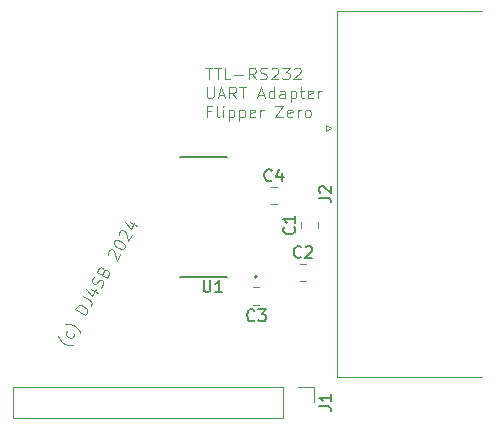
<source format=gto>
%TF.GenerationSoftware,KiCad,Pcbnew,8.0.3*%
%TF.CreationDate,2024-07-09T19:30:08+02:00*%
%TF.ProjectId,UART-TTL-Flipper_Zero,55415254-2d54-4544-9c2d-466c69707065,rev?*%
%TF.SameCoordinates,Original*%
%TF.FileFunction,Legend,Top*%
%TF.FilePolarity,Positive*%
%FSLAX46Y46*%
G04 Gerber Fmt 4.6, Leading zero omitted, Abs format (unit mm)*
G04 Created by KiCad (PCBNEW 8.0.3) date 2024-07-09 19:30:08*
%MOMM*%
%LPD*%
G01*
G04 APERTURE LIST*
%ADD10C,0.100000*%
%ADD11C,0.150000*%
%ADD12C,0.120000*%
%ADD13C,0.200000*%
%ADD14C,0.127000*%
G04 APERTURE END LIST*
D10*
X78661027Y-66152531D02*
X79232455Y-66152531D01*
X78946741Y-67152531D02*
X78946741Y-66152531D01*
X79422932Y-66152531D02*
X79994360Y-66152531D01*
X79708646Y-67152531D02*
X79708646Y-66152531D01*
X80803884Y-67152531D02*
X80327694Y-67152531D01*
X80327694Y-67152531D02*
X80327694Y-66152531D01*
X81137218Y-66771578D02*
X81899123Y-66771578D01*
X82946741Y-67152531D02*
X82613408Y-66676340D01*
X82375313Y-67152531D02*
X82375313Y-66152531D01*
X82375313Y-66152531D02*
X82756265Y-66152531D01*
X82756265Y-66152531D02*
X82851503Y-66200150D01*
X82851503Y-66200150D02*
X82899122Y-66247769D01*
X82899122Y-66247769D02*
X82946741Y-66343007D01*
X82946741Y-66343007D02*
X82946741Y-66485864D01*
X82946741Y-66485864D02*
X82899122Y-66581102D01*
X82899122Y-66581102D02*
X82851503Y-66628721D01*
X82851503Y-66628721D02*
X82756265Y-66676340D01*
X82756265Y-66676340D02*
X82375313Y-66676340D01*
X83327694Y-67104912D02*
X83470551Y-67152531D01*
X83470551Y-67152531D02*
X83708646Y-67152531D01*
X83708646Y-67152531D02*
X83803884Y-67104912D01*
X83803884Y-67104912D02*
X83851503Y-67057292D01*
X83851503Y-67057292D02*
X83899122Y-66962054D01*
X83899122Y-66962054D02*
X83899122Y-66866816D01*
X83899122Y-66866816D02*
X83851503Y-66771578D01*
X83851503Y-66771578D02*
X83803884Y-66723959D01*
X83803884Y-66723959D02*
X83708646Y-66676340D01*
X83708646Y-66676340D02*
X83518170Y-66628721D01*
X83518170Y-66628721D02*
X83422932Y-66581102D01*
X83422932Y-66581102D02*
X83375313Y-66533483D01*
X83375313Y-66533483D02*
X83327694Y-66438245D01*
X83327694Y-66438245D02*
X83327694Y-66343007D01*
X83327694Y-66343007D02*
X83375313Y-66247769D01*
X83375313Y-66247769D02*
X83422932Y-66200150D01*
X83422932Y-66200150D02*
X83518170Y-66152531D01*
X83518170Y-66152531D02*
X83756265Y-66152531D01*
X83756265Y-66152531D02*
X83899122Y-66200150D01*
X84280075Y-66247769D02*
X84327694Y-66200150D01*
X84327694Y-66200150D02*
X84422932Y-66152531D01*
X84422932Y-66152531D02*
X84661027Y-66152531D01*
X84661027Y-66152531D02*
X84756265Y-66200150D01*
X84756265Y-66200150D02*
X84803884Y-66247769D01*
X84803884Y-66247769D02*
X84851503Y-66343007D01*
X84851503Y-66343007D02*
X84851503Y-66438245D01*
X84851503Y-66438245D02*
X84803884Y-66581102D01*
X84803884Y-66581102D02*
X84232456Y-67152531D01*
X84232456Y-67152531D02*
X84851503Y-67152531D01*
X85184837Y-66152531D02*
X85803884Y-66152531D01*
X85803884Y-66152531D02*
X85470551Y-66533483D01*
X85470551Y-66533483D02*
X85613408Y-66533483D01*
X85613408Y-66533483D02*
X85708646Y-66581102D01*
X85708646Y-66581102D02*
X85756265Y-66628721D01*
X85756265Y-66628721D02*
X85803884Y-66723959D01*
X85803884Y-66723959D02*
X85803884Y-66962054D01*
X85803884Y-66962054D02*
X85756265Y-67057292D01*
X85756265Y-67057292D02*
X85708646Y-67104912D01*
X85708646Y-67104912D02*
X85613408Y-67152531D01*
X85613408Y-67152531D02*
X85327694Y-67152531D01*
X85327694Y-67152531D02*
X85232456Y-67104912D01*
X85232456Y-67104912D02*
X85184837Y-67057292D01*
X86184837Y-66247769D02*
X86232456Y-66200150D01*
X86232456Y-66200150D02*
X86327694Y-66152531D01*
X86327694Y-66152531D02*
X86565789Y-66152531D01*
X86565789Y-66152531D02*
X86661027Y-66200150D01*
X86661027Y-66200150D02*
X86708646Y-66247769D01*
X86708646Y-66247769D02*
X86756265Y-66343007D01*
X86756265Y-66343007D02*
X86756265Y-66438245D01*
X86756265Y-66438245D02*
X86708646Y-66581102D01*
X86708646Y-66581102D02*
X86137218Y-67152531D01*
X86137218Y-67152531D02*
X86756265Y-67152531D01*
X78803884Y-67762475D02*
X78803884Y-68571998D01*
X78803884Y-68571998D02*
X78851503Y-68667236D01*
X78851503Y-68667236D02*
X78899122Y-68714856D01*
X78899122Y-68714856D02*
X78994360Y-68762475D01*
X78994360Y-68762475D02*
X79184836Y-68762475D01*
X79184836Y-68762475D02*
X79280074Y-68714856D01*
X79280074Y-68714856D02*
X79327693Y-68667236D01*
X79327693Y-68667236D02*
X79375312Y-68571998D01*
X79375312Y-68571998D02*
X79375312Y-67762475D01*
X79803884Y-68476760D02*
X80280074Y-68476760D01*
X79708646Y-68762475D02*
X80041979Y-67762475D01*
X80041979Y-67762475D02*
X80375312Y-68762475D01*
X81280074Y-68762475D02*
X80946741Y-68286284D01*
X80708646Y-68762475D02*
X80708646Y-67762475D01*
X80708646Y-67762475D02*
X81089598Y-67762475D01*
X81089598Y-67762475D02*
X81184836Y-67810094D01*
X81184836Y-67810094D02*
X81232455Y-67857713D01*
X81232455Y-67857713D02*
X81280074Y-67952951D01*
X81280074Y-67952951D02*
X81280074Y-68095808D01*
X81280074Y-68095808D02*
X81232455Y-68191046D01*
X81232455Y-68191046D02*
X81184836Y-68238665D01*
X81184836Y-68238665D02*
X81089598Y-68286284D01*
X81089598Y-68286284D02*
X80708646Y-68286284D01*
X81565789Y-67762475D02*
X82137217Y-67762475D01*
X81851503Y-68762475D02*
X81851503Y-67762475D01*
X83184837Y-68476760D02*
X83661027Y-68476760D01*
X83089599Y-68762475D02*
X83422932Y-67762475D01*
X83422932Y-67762475D02*
X83756265Y-68762475D01*
X84518170Y-68762475D02*
X84518170Y-67762475D01*
X84518170Y-68714856D02*
X84422932Y-68762475D01*
X84422932Y-68762475D02*
X84232456Y-68762475D01*
X84232456Y-68762475D02*
X84137218Y-68714856D01*
X84137218Y-68714856D02*
X84089599Y-68667236D01*
X84089599Y-68667236D02*
X84041980Y-68571998D01*
X84041980Y-68571998D02*
X84041980Y-68286284D01*
X84041980Y-68286284D02*
X84089599Y-68191046D01*
X84089599Y-68191046D02*
X84137218Y-68143427D01*
X84137218Y-68143427D02*
X84232456Y-68095808D01*
X84232456Y-68095808D02*
X84422932Y-68095808D01*
X84422932Y-68095808D02*
X84518170Y-68143427D01*
X85422932Y-68762475D02*
X85422932Y-68238665D01*
X85422932Y-68238665D02*
X85375313Y-68143427D01*
X85375313Y-68143427D02*
X85280075Y-68095808D01*
X85280075Y-68095808D02*
X85089599Y-68095808D01*
X85089599Y-68095808D02*
X84994361Y-68143427D01*
X85422932Y-68714856D02*
X85327694Y-68762475D01*
X85327694Y-68762475D02*
X85089599Y-68762475D01*
X85089599Y-68762475D02*
X84994361Y-68714856D01*
X84994361Y-68714856D02*
X84946742Y-68619617D01*
X84946742Y-68619617D02*
X84946742Y-68524379D01*
X84946742Y-68524379D02*
X84994361Y-68429141D01*
X84994361Y-68429141D02*
X85089599Y-68381522D01*
X85089599Y-68381522D02*
X85327694Y-68381522D01*
X85327694Y-68381522D02*
X85422932Y-68333903D01*
X85899123Y-68095808D02*
X85899123Y-69095808D01*
X85899123Y-68143427D02*
X85994361Y-68095808D01*
X85994361Y-68095808D02*
X86184837Y-68095808D01*
X86184837Y-68095808D02*
X86280075Y-68143427D01*
X86280075Y-68143427D02*
X86327694Y-68191046D01*
X86327694Y-68191046D02*
X86375313Y-68286284D01*
X86375313Y-68286284D02*
X86375313Y-68571998D01*
X86375313Y-68571998D02*
X86327694Y-68667236D01*
X86327694Y-68667236D02*
X86280075Y-68714856D01*
X86280075Y-68714856D02*
X86184837Y-68762475D01*
X86184837Y-68762475D02*
X85994361Y-68762475D01*
X85994361Y-68762475D02*
X85899123Y-68714856D01*
X86661028Y-68095808D02*
X87041980Y-68095808D01*
X86803885Y-67762475D02*
X86803885Y-68619617D01*
X86803885Y-68619617D02*
X86851504Y-68714856D01*
X86851504Y-68714856D02*
X86946742Y-68762475D01*
X86946742Y-68762475D02*
X87041980Y-68762475D01*
X87756266Y-68714856D02*
X87661028Y-68762475D01*
X87661028Y-68762475D02*
X87470552Y-68762475D01*
X87470552Y-68762475D02*
X87375314Y-68714856D01*
X87375314Y-68714856D02*
X87327695Y-68619617D01*
X87327695Y-68619617D02*
X87327695Y-68238665D01*
X87327695Y-68238665D02*
X87375314Y-68143427D01*
X87375314Y-68143427D02*
X87470552Y-68095808D01*
X87470552Y-68095808D02*
X87661028Y-68095808D01*
X87661028Y-68095808D02*
X87756266Y-68143427D01*
X87756266Y-68143427D02*
X87803885Y-68238665D01*
X87803885Y-68238665D02*
X87803885Y-68333903D01*
X87803885Y-68333903D02*
X87327695Y-68429141D01*
X88232457Y-68762475D02*
X88232457Y-68095808D01*
X88232457Y-68286284D02*
X88280076Y-68191046D01*
X88280076Y-68191046D02*
X88327695Y-68143427D01*
X88327695Y-68143427D02*
X88422933Y-68095808D01*
X88422933Y-68095808D02*
X88518171Y-68095808D01*
X79137217Y-69848609D02*
X78803884Y-69848609D01*
X78803884Y-70372419D02*
X78803884Y-69372419D01*
X78803884Y-69372419D02*
X79280074Y-69372419D01*
X79803884Y-70372419D02*
X79708646Y-70324800D01*
X79708646Y-70324800D02*
X79661027Y-70229561D01*
X79661027Y-70229561D02*
X79661027Y-69372419D01*
X80184837Y-70372419D02*
X80184837Y-69705752D01*
X80184837Y-69372419D02*
X80137218Y-69420038D01*
X80137218Y-69420038D02*
X80184837Y-69467657D01*
X80184837Y-69467657D02*
X80232456Y-69420038D01*
X80232456Y-69420038D02*
X80184837Y-69372419D01*
X80184837Y-69372419D02*
X80184837Y-69467657D01*
X80661027Y-69705752D02*
X80661027Y-70705752D01*
X80661027Y-69753371D02*
X80756265Y-69705752D01*
X80756265Y-69705752D02*
X80946741Y-69705752D01*
X80946741Y-69705752D02*
X81041979Y-69753371D01*
X81041979Y-69753371D02*
X81089598Y-69800990D01*
X81089598Y-69800990D02*
X81137217Y-69896228D01*
X81137217Y-69896228D02*
X81137217Y-70181942D01*
X81137217Y-70181942D02*
X81089598Y-70277180D01*
X81089598Y-70277180D02*
X81041979Y-70324800D01*
X81041979Y-70324800D02*
X80946741Y-70372419D01*
X80946741Y-70372419D02*
X80756265Y-70372419D01*
X80756265Y-70372419D02*
X80661027Y-70324800D01*
X81565789Y-69705752D02*
X81565789Y-70705752D01*
X81565789Y-69753371D02*
X81661027Y-69705752D01*
X81661027Y-69705752D02*
X81851503Y-69705752D01*
X81851503Y-69705752D02*
X81946741Y-69753371D01*
X81946741Y-69753371D02*
X81994360Y-69800990D01*
X81994360Y-69800990D02*
X82041979Y-69896228D01*
X82041979Y-69896228D02*
X82041979Y-70181942D01*
X82041979Y-70181942D02*
X81994360Y-70277180D01*
X81994360Y-70277180D02*
X81946741Y-70324800D01*
X81946741Y-70324800D02*
X81851503Y-70372419D01*
X81851503Y-70372419D02*
X81661027Y-70372419D01*
X81661027Y-70372419D02*
X81565789Y-70324800D01*
X82851503Y-70324800D02*
X82756265Y-70372419D01*
X82756265Y-70372419D02*
X82565789Y-70372419D01*
X82565789Y-70372419D02*
X82470551Y-70324800D01*
X82470551Y-70324800D02*
X82422932Y-70229561D01*
X82422932Y-70229561D02*
X82422932Y-69848609D01*
X82422932Y-69848609D02*
X82470551Y-69753371D01*
X82470551Y-69753371D02*
X82565789Y-69705752D01*
X82565789Y-69705752D02*
X82756265Y-69705752D01*
X82756265Y-69705752D02*
X82851503Y-69753371D01*
X82851503Y-69753371D02*
X82899122Y-69848609D01*
X82899122Y-69848609D02*
X82899122Y-69943847D01*
X82899122Y-69943847D02*
X82422932Y-70039085D01*
X83327694Y-70372419D02*
X83327694Y-69705752D01*
X83327694Y-69896228D02*
X83375313Y-69800990D01*
X83375313Y-69800990D02*
X83422932Y-69753371D01*
X83422932Y-69753371D02*
X83518170Y-69705752D01*
X83518170Y-69705752D02*
X83613408Y-69705752D01*
X84613409Y-69372419D02*
X85280075Y-69372419D01*
X85280075Y-69372419D02*
X84613409Y-70372419D01*
X84613409Y-70372419D02*
X85280075Y-70372419D01*
X86041980Y-70324800D02*
X85946742Y-70372419D01*
X85946742Y-70372419D02*
X85756266Y-70372419D01*
X85756266Y-70372419D02*
X85661028Y-70324800D01*
X85661028Y-70324800D02*
X85613409Y-70229561D01*
X85613409Y-70229561D02*
X85613409Y-69848609D01*
X85613409Y-69848609D02*
X85661028Y-69753371D01*
X85661028Y-69753371D02*
X85756266Y-69705752D01*
X85756266Y-69705752D02*
X85946742Y-69705752D01*
X85946742Y-69705752D02*
X86041980Y-69753371D01*
X86041980Y-69753371D02*
X86089599Y-69848609D01*
X86089599Y-69848609D02*
X86089599Y-69943847D01*
X86089599Y-69943847D02*
X85613409Y-70039085D01*
X86518171Y-70372419D02*
X86518171Y-69705752D01*
X86518171Y-69896228D02*
X86565790Y-69800990D01*
X86565790Y-69800990D02*
X86613409Y-69753371D01*
X86613409Y-69753371D02*
X86708647Y-69705752D01*
X86708647Y-69705752D02*
X86803885Y-69705752D01*
X87280076Y-70372419D02*
X87184838Y-70324800D01*
X87184838Y-70324800D02*
X87137219Y-70277180D01*
X87137219Y-70277180D02*
X87089600Y-70181942D01*
X87089600Y-70181942D02*
X87089600Y-69896228D01*
X87089600Y-69896228D02*
X87137219Y-69800990D01*
X87137219Y-69800990D02*
X87184838Y-69753371D01*
X87184838Y-69753371D02*
X87280076Y-69705752D01*
X87280076Y-69705752D02*
X87422933Y-69705752D01*
X87422933Y-69705752D02*
X87518171Y-69753371D01*
X87518171Y-69753371D02*
X87565790Y-69800990D01*
X87565790Y-69800990D02*
X87613409Y-69896228D01*
X87613409Y-69896228D02*
X87613409Y-70181942D01*
X87613409Y-70181942D02*
X87565790Y-70277180D01*
X87565790Y-70277180D02*
X87518171Y-70324800D01*
X87518171Y-70324800D02*
X87422933Y-70372419D01*
X87422933Y-70372419D02*
X87280076Y-70372419D01*
X67514225Y-89616078D02*
X67449176Y-89633508D01*
X67449176Y-89633508D02*
X67277839Y-89644558D01*
X67277839Y-89644558D02*
X67171551Y-89638178D01*
X67171551Y-89638178D02*
X67024023Y-89607989D01*
X67024023Y-89607989D02*
X66794017Y-89530180D01*
X66794017Y-89530180D02*
X66629060Y-89434942D01*
X66629060Y-89434942D02*
X66446673Y-89274655D01*
X66446673Y-89274655D02*
X66346765Y-89161988D01*
X66346765Y-89161988D02*
X66288096Y-89073129D01*
X66288096Y-89073129D02*
X66211997Y-88919222D01*
X66211997Y-88919222D02*
X66194567Y-88854173D01*
X67547833Y-88700724D02*
X67541453Y-88807012D01*
X67541453Y-88807012D02*
X67446215Y-88971969D01*
X67446215Y-88971969D02*
X67357357Y-89030638D01*
X67357357Y-89030638D02*
X67292308Y-89048068D01*
X67292308Y-89048068D02*
X67186020Y-89041688D01*
X67186020Y-89041688D02*
X66938584Y-88898831D01*
X66938584Y-88898831D02*
X66879915Y-88809973D01*
X66879915Y-88809973D02*
X66862485Y-88744924D01*
X66862485Y-88744924D02*
X66868865Y-88638636D01*
X66868865Y-88638636D02*
X66964103Y-88473679D01*
X66964103Y-88473679D02*
X67052962Y-88415009D01*
X68085654Y-88626334D02*
X68068224Y-88561285D01*
X68068224Y-88561285D02*
X67992125Y-88407378D01*
X67992125Y-88407378D02*
X67933456Y-88318520D01*
X67933456Y-88318520D02*
X67833548Y-88205852D01*
X67833548Y-88205852D02*
X67651161Y-88045565D01*
X67651161Y-88045565D02*
X67486203Y-87950327D01*
X67486203Y-87950327D02*
X67256197Y-87872519D01*
X67256197Y-87872519D02*
X67108670Y-87842329D01*
X67108670Y-87842329D02*
X67002382Y-87835950D01*
X67002382Y-87835950D02*
X66831045Y-87847000D01*
X66831045Y-87847000D02*
X66765996Y-87864429D01*
X68517644Y-87116200D02*
X67651619Y-86616200D01*
X67651619Y-86616200D02*
X67770666Y-86410003D01*
X67770666Y-86410003D02*
X67883334Y-86310095D01*
X67883334Y-86310095D02*
X68013432Y-86275235D01*
X68013432Y-86275235D02*
X68119720Y-86281615D01*
X68119720Y-86281615D02*
X68308487Y-86335614D01*
X68308487Y-86335614D02*
X68432205Y-86407042D01*
X68432205Y-86407042D02*
X68573353Y-86543520D01*
X68573353Y-86543520D02*
X68632022Y-86632378D01*
X68632022Y-86632378D02*
X68666881Y-86762476D01*
X68666881Y-86762476D02*
X68636692Y-86910003D01*
X68636692Y-86910003D02*
X68517644Y-87116200D01*
X68294476Y-85502739D02*
X68913066Y-85859881D01*
X68913066Y-85859881D02*
X69012974Y-85972549D01*
X69012974Y-85972549D02*
X69047834Y-86102647D01*
X69047834Y-86102647D02*
X69017644Y-86250174D01*
X69017644Y-86250174D02*
X68970025Y-86332653D01*
X69035532Y-84885858D02*
X69612882Y-85219192D01*
X68586570Y-84901579D02*
X69086112Y-85464918D01*
X69086112Y-85464918D02*
X69395636Y-84928807D01*
X69809738Y-84782989D02*
X69922406Y-84683081D01*
X69922406Y-84683081D02*
X70041454Y-84476884D01*
X70041454Y-84476884D02*
X70047834Y-84370596D01*
X70047834Y-84370596D02*
X70030404Y-84305547D01*
X70030404Y-84305547D02*
X69971735Y-84216689D01*
X69971735Y-84216689D02*
X69889256Y-84169070D01*
X69889256Y-84169070D02*
X69782968Y-84162690D01*
X69782968Y-84162690D02*
X69717919Y-84180120D01*
X69717919Y-84180120D02*
X69629061Y-84238789D01*
X69629061Y-84238789D02*
X69492583Y-84379936D01*
X69492583Y-84379936D02*
X69403725Y-84438606D01*
X69403725Y-84438606D02*
X69338676Y-84456035D01*
X69338676Y-84456035D02*
X69232388Y-84449656D01*
X69232388Y-84449656D02*
X69149910Y-84402037D01*
X69149910Y-84402037D02*
X69091240Y-84313178D01*
X69091240Y-84313178D02*
X69073811Y-84248129D01*
X69073811Y-84248129D02*
X69080190Y-84141841D01*
X69080190Y-84141841D02*
X69199238Y-83935645D01*
X69199238Y-83935645D02*
X69311906Y-83835736D01*
X70064012Y-83390193D02*
X70176680Y-83290285D01*
X70176680Y-83290285D02*
X70241729Y-83272855D01*
X70241729Y-83272855D02*
X70348017Y-83279235D01*
X70348017Y-83279235D02*
X70471735Y-83350663D01*
X70471735Y-83350663D02*
X70530404Y-83439522D01*
X70530404Y-83439522D02*
X70547834Y-83504570D01*
X70547834Y-83504570D02*
X70541454Y-83610859D01*
X70541454Y-83610859D02*
X70350978Y-83940773D01*
X70350978Y-83940773D02*
X69484952Y-83440773D01*
X69484952Y-83440773D02*
X69651619Y-83152098D01*
X69651619Y-83152098D02*
X69740477Y-83093429D01*
X69740477Y-83093429D02*
X69805526Y-83075999D01*
X69805526Y-83075999D02*
X69911814Y-83082379D01*
X69911814Y-83082379D02*
X69994293Y-83129998D01*
X69994293Y-83129998D02*
X70052962Y-83218856D01*
X70052962Y-83218856D02*
X70070392Y-83283905D01*
X70070392Y-83283905D02*
X70064012Y-83390193D01*
X70064012Y-83390193D02*
X69897345Y-83678868D01*
X70424574Y-82003777D02*
X70407144Y-81938728D01*
X70407144Y-81938728D02*
X70413524Y-81832440D01*
X70413524Y-81832440D02*
X70532572Y-81626243D01*
X70532572Y-81626243D02*
X70621430Y-81567574D01*
X70621430Y-81567574D02*
X70686479Y-81550144D01*
X70686479Y-81550144D02*
X70792767Y-81556524D01*
X70792767Y-81556524D02*
X70875245Y-81604143D01*
X70875245Y-81604143D02*
X70975154Y-81716811D01*
X70975154Y-81716811D02*
X71184311Y-82497397D01*
X71184311Y-82497397D02*
X71493835Y-81961286D01*
X70937333Y-80925175D02*
X70984953Y-80842697D01*
X70984953Y-80842697D02*
X71073811Y-80784027D01*
X71073811Y-80784027D02*
X71138860Y-80766598D01*
X71138860Y-80766598D02*
X71245148Y-80772977D01*
X71245148Y-80772977D02*
X71433915Y-80826976D01*
X71433915Y-80826976D02*
X71640111Y-80946024D01*
X71640111Y-80946024D02*
X71781259Y-81082501D01*
X71781259Y-81082501D02*
X71839928Y-81171360D01*
X71839928Y-81171360D02*
X71857358Y-81236408D01*
X71857358Y-81236408D02*
X71850978Y-81342697D01*
X71850978Y-81342697D02*
X71803359Y-81425175D01*
X71803359Y-81425175D02*
X71714501Y-81483844D01*
X71714501Y-81483844D02*
X71649452Y-81501274D01*
X71649452Y-81501274D02*
X71543164Y-81494894D01*
X71543164Y-81494894D02*
X71354397Y-81440895D01*
X71354397Y-81440895D02*
X71148200Y-81321848D01*
X71148200Y-81321848D02*
X71007053Y-81185370D01*
X71007053Y-81185370D02*
X70948384Y-81096512D01*
X70948384Y-81096512D02*
X70930954Y-81031463D01*
X70930954Y-81031463D02*
X70937333Y-80925175D01*
X71376955Y-80354205D02*
X71359525Y-80289156D01*
X71359525Y-80289156D02*
X71365905Y-80182868D01*
X71365905Y-80182868D02*
X71484953Y-79976671D01*
X71484953Y-79976671D02*
X71573811Y-79918002D01*
X71573811Y-79918002D02*
X71638860Y-79900572D01*
X71638860Y-79900572D02*
X71745148Y-79906952D01*
X71745148Y-79906952D02*
X71827626Y-79954571D01*
X71827626Y-79954571D02*
X71927535Y-80067239D01*
X71927535Y-80067239D02*
X72136692Y-80847825D01*
X72136692Y-80847825D02*
X72446216Y-80311714D01*
X72297437Y-79236073D02*
X72874787Y-79569406D01*
X71848475Y-79251793D02*
X72348017Y-79815133D01*
X72348017Y-79815133D02*
X72657541Y-79279022D01*
D11*
X88324819Y-94833333D02*
X89039104Y-94833333D01*
X89039104Y-94833333D02*
X89181961Y-94880952D01*
X89181961Y-94880952D02*
X89277200Y-94976190D01*
X89277200Y-94976190D02*
X89324819Y-95119047D01*
X89324819Y-95119047D02*
X89324819Y-95214285D01*
X89324819Y-93833333D02*
X89324819Y-94404761D01*
X89324819Y-94119047D02*
X88324819Y-94119047D01*
X88324819Y-94119047D02*
X88467676Y-94214285D01*
X88467676Y-94214285D02*
X88562914Y-94309523D01*
X88562914Y-94309523D02*
X88610533Y-94404761D01*
X78533095Y-84151819D02*
X78533095Y-84961342D01*
X78533095Y-84961342D02*
X78580714Y-85056580D01*
X78580714Y-85056580D02*
X78628333Y-85104200D01*
X78628333Y-85104200D02*
X78723571Y-85151819D01*
X78723571Y-85151819D02*
X78914047Y-85151819D01*
X78914047Y-85151819D02*
X79009285Y-85104200D01*
X79009285Y-85104200D02*
X79056904Y-85056580D01*
X79056904Y-85056580D02*
X79104523Y-84961342D01*
X79104523Y-84961342D02*
X79104523Y-84151819D01*
X80104523Y-85151819D02*
X79533095Y-85151819D01*
X79818809Y-85151819D02*
X79818809Y-84151819D01*
X79818809Y-84151819D02*
X79723571Y-84294676D01*
X79723571Y-84294676D02*
X79628333Y-84389914D01*
X79628333Y-84389914D02*
X79533095Y-84437533D01*
X88314819Y-77178333D02*
X89029104Y-77178333D01*
X89029104Y-77178333D02*
X89171961Y-77225952D01*
X89171961Y-77225952D02*
X89267200Y-77321190D01*
X89267200Y-77321190D02*
X89314819Y-77464047D01*
X89314819Y-77464047D02*
X89314819Y-77559285D01*
X88410057Y-76749761D02*
X88362438Y-76702142D01*
X88362438Y-76702142D02*
X88314819Y-76606904D01*
X88314819Y-76606904D02*
X88314819Y-76368809D01*
X88314819Y-76368809D02*
X88362438Y-76273571D01*
X88362438Y-76273571D02*
X88410057Y-76225952D01*
X88410057Y-76225952D02*
X88505295Y-76178333D01*
X88505295Y-76178333D02*
X88600533Y-76178333D01*
X88600533Y-76178333D02*
X88743390Y-76225952D01*
X88743390Y-76225952D02*
X89314819Y-76797380D01*
X89314819Y-76797380D02*
X89314819Y-76178333D01*
X84295833Y-75679580D02*
X84248214Y-75727200D01*
X84248214Y-75727200D02*
X84105357Y-75774819D01*
X84105357Y-75774819D02*
X84010119Y-75774819D01*
X84010119Y-75774819D02*
X83867262Y-75727200D01*
X83867262Y-75727200D02*
X83772024Y-75631961D01*
X83772024Y-75631961D02*
X83724405Y-75536723D01*
X83724405Y-75536723D02*
X83676786Y-75346247D01*
X83676786Y-75346247D02*
X83676786Y-75203390D01*
X83676786Y-75203390D02*
X83724405Y-75012914D01*
X83724405Y-75012914D02*
X83772024Y-74917676D01*
X83772024Y-74917676D02*
X83867262Y-74822438D01*
X83867262Y-74822438D02*
X84010119Y-74774819D01*
X84010119Y-74774819D02*
X84105357Y-74774819D01*
X84105357Y-74774819D02*
X84248214Y-74822438D01*
X84248214Y-74822438D02*
X84295833Y-74870057D01*
X85152976Y-75108152D02*
X85152976Y-75774819D01*
X84914881Y-74727200D02*
X84676786Y-75441485D01*
X84676786Y-75441485D02*
X85295833Y-75441485D01*
X82833333Y-87539580D02*
X82785714Y-87587200D01*
X82785714Y-87587200D02*
X82642857Y-87634819D01*
X82642857Y-87634819D02*
X82547619Y-87634819D01*
X82547619Y-87634819D02*
X82404762Y-87587200D01*
X82404762Y-87587200D02*
X82309524Y-87491961D01*
X82309524Y-87491961D02*
X82261905Y-87396723D01*
X82261905Y-87396723D02*
X82214286Y-87206247D01*
X82214286Y-87206247D02*
X82214286Y-87063390D01*
X82214286Y-87063390D02*
X82261905Y-86872914D01*
X82261905Y-86872914D02*
X82309524Y-86777676D01*
X82309524Y-86777676D02*
X82404762Y-86682438D01*
X82404762Y-86682438D02*
X82547619Y-86634819D01*
X82547619Y-86634819D02*
X82642857Y-86634819D01*
X82642857Y-86634819D02*
X82785714Y-86682438D01*
X82785714Y-86682438D02*
X82833333Y-86730057D01*
X83166667Y-86634819D02*
X83785714Y-86634819D01*
X83785714Y-86634819D02*
X83452381Y-87015771D01*
X83452381Y-87015771D02*
X83595238Y-87015771D01*
X83595238Y-87015771D02*
X83690476Y-87063390D01*
X83690476Y-87063390D02*
X83738095Y-87111009D01*
X83738095Y-87111009D02*
X83785714Y-87206247D01*
X83785714Y-87206247D02*
X83785714Y-87444342D01*
X83785714Y-87444342D02*
X83738095Y-87539580D01*
X83738095Y-87539580D02*
X83690476Y-87587200D01*
X83690476Y-87587200D02*
X83595238Y-87634819D01*
X83595238Y-87634819D02*
X83309524Y-87634819D01*
X83309524Y-87634819D02*
X83214286Y-87587200D01*
X83214286Y-87587200D02*
X83166667Y-87539580D01*
X86795833Y-82179580D02*
X86748214Y-82227200D01*
X86748214Y-82227200D02*
X86605357Y-82274819D01*
X86605357Y-82274819D02*
X86510119Y-82274819D01*
X86510119Y-82274819D02*
X86367262Y-82227200D01*
X86367262Y-82227200D02*
X86272024Y-82131961D01*
X86272024Y-82131961D02*
X86224405Y-82036723D01*
X86224405Y-82036723D02*
X86176786Y-81846247D01*
X86176786Y-81846247D02*
X86176786Y-81703390D01*
X86176786Y-81703390D02*
X86224405Y-81512914D01*
X86224405Y-81512914D02*
X86272024Y-81417676D01*
X86272024Y-81417676D02*
X86367262Y-81322438D01*
X86367262Y-81322438D02*
X86510119Y-81274819D01*
X86510119Y-81274819D02*
X86605357Y-81274819D01*
X86605357Y-81274819D02*
X86748214Y-81322438D01*
X86748214Y-81322438D02*
X86795833Y-81370057D01*
X87176786Y-81370057D02*
X87224405Y-81322438D01*
X87224405Y-81322438D02*
X87319643Y-81274819D01*
X87319643Y-81274819D02*
X87557738Y-81274819D01*
X87557738Y-81274819D02*
X87652976Y-81322438D01*
X87652976Y-81322438D02*
X87700595Y-81370057D01*
X87700595Y-81370057D02*
X87748214Y-81465295D01*
X87748214Y-81465295D02*
X87748214Y-81560533D01*
X87748214Y-81560533D02*
X87700595Y-81703390D01*
X87700595Y-81703390D02*
X87129167Y-82274819D01*
X87129167Y-82274819D02*
X87748214Y-82274819D01*
X86179580Y-79666666D02*
X86227200Y-79714285D01*
X86227200Y-79714285D02*
X86274819Y-79857142D01*
X86274819Y-79857142D02*
X86274819Y-79952380D01*
X86274819Y-79952380D02*
X86227200Y-80095237D01*
X86227200Y-80095237D02*
X86131961Y-80190475D01*
X86131961Y-80190475D02*
X86036723Y-80238094D01*
X86036723Y-80238094D02*
X85846247Y-80285713D01*
X85846247Y-80285713D02*
X85703390Y-80285713D01*
X85703390Y-80285713D02*
X85512914Y-80238094D01*
X85512914Y-80238094D02*
X85417676Y-80190475D01*
X85417676Y-80190475D02*
X85322438Y-80095237D01*
X85322438Y-80095237D02*
X85274819Y-79952380D01*
X85274819Y-79952380D02*
X85274819Y-79857142D01*
X85274819Y-79857142D02*
X85322438Y-79714285D01*
X85322438Y-79714285D02*
X85370057Y-79666666D01*
X86274819Y-78714285D02*
X86274819Y-79285713D01*
X86274819Y-78999999D02*
X85274819Y-78999999D01*
X85274819Y-78999999D02*
X85417676Y-79095237D01*
X85417676Y-79095237D02*
X85512914Y-79190475D01*
X85512914Y-79190475D02*
X85560533Y-79285713D01*
D12*
%TO.C,J1*%
X87870000Y-93170000D02*
X87870000Y-94500000D01*
X86540000Y-93170000D02*
X87870000Y-93170000D01*
X85270000Y-93170000D02*
X62350000Y-93170000D01*
X85270000Y-93170000D02*
X85270000Y-95830000D01*
X62350000Y-93170000D02*
X62350000Y-95830000D01*
X85270000Y-95830000D02*
X62350000Y-95830000D01*
D13*
%TO.C,U1*%
X83045000Y-83860000D02*
G75*
G02*
X82845000Y-83860000I-100000J0D01*
G01*
X82845000Y-83860000D02*
G75*
G02*
X83045000Y-83860000I100000J0D01*
G01*
D14*
X80500000Y-83885000D02*
X76500000Y-83885000D01*
X80500000Y-73765000D02*
X76500000Y-73765000D01*
D12*
%TO.C,J2*%
X89800000Y-61360000D02*
X102140000Y-61360000D01*
X88905662Y-71055000D02*
X89338675Y-71305000D01*
X89338675Y-71305000D02*
X88905662Y-71555000D01*
X88905662Y-71555000D02*
X88905662Y-71055000D01*
X102140000Y-92330000D02*
X89800000Y-92330000D01*
X89800000Y-92330000D02*
X89800000Y-61360000D01*
%TO.C,C4*%
X84201248Y-76265000D02*
X84723752Y-76265000D01*
X84201248Y-77735000D02*
X84723752Y-77735000D01*
%TO.C,C3*%
X83261252Y-86235000D02*
X82738748Y-86235000D01*
X83261252Y-84765000D02*
X82738748Y-84765000D01*
%TO.C,C2*%
X86701248Y-82765000D02*
X87223752Y-82765000D01*
X86701248Y-84235000D02*
X87223752Y-84235000D01*
%TO.C,C1*%
X86765000Y-79761252D02*
X86765000Y-79238748D01*
X88235000Y-79761252D02*
X88235000Y-79238748D01*
%TD*%
M02*

</source>
